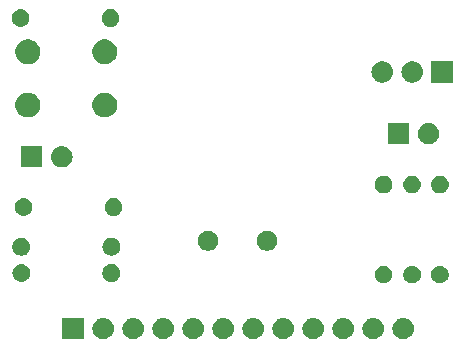
<source format=gbr>
%TF.GenerationSoftware,KiCad,Pcbnew,5.0.2-bee76a0~70~ubuntu18.04.1*%
%TF.CreationDate,2019-02-17T22:46:45-03:00*%
%TF.ProjectId,ESP12-breakout-r01,45535031-322d-4627-9265-616b6f75742d,rev?*%
%TF.SameCoordinates,Original*%
%TF.FileFunction,Soldermask,Bot*%
%TF.FilePolarity,Negative*%
%FSLAX46Y46*%
G04 Gerber Fmt 4.6, Leading zero omitted, Abs format (unit mm)*
G04 Created by KiCad (PCBNEW 5.0.2-bee76a0~70~ubuntu18.04.1) date dom 17 fev 2019 22:46:45 -03*
%MOMM*%
%LPD*%
G01*
G04 APERTURE LIST*
%ADD10C,0.100000*%
G04 APERTURE END LIST*
D10*
G36*
X153907443Y-41777519D02*
X153973627Y-41784037D01*
X154086853Y-41818384D01*
X154143467Y-41835557D01*
X154282087Y-41909652D01*
X154299991Y-41919222D01*
X154335729Y-41948552D01*
X154437186Y-42031814D01*
X154520448Y-42133271D01*
X154549778Y-42169009D01*
X154549779Y-42169011D01*
X154633443Y-42325533D01*
X154633443Y-42325534D01*
X154684963Y-42495373D01*
X154702359Y-42672000D01*
X154684963Y-42848627D01*
X154650616Y-42961853D01*
X154633443Y-43018467D01*
X154559348Y-43157087D01*
X154549778Y-43174991D01*
X154520448Y-43210729D01*
X154437186Y-43312186D01*
X154335729Y-43395448D01*
X154299991Y-43424778D01*
X154299989Y-43424779D01*
X154143467Y-43508443D01*
X154086853Y-43525616D01*
X153973627Y-43559963D01*
X153907443Y-43566481D01*
X153841260Y-43573000D01*
X153752740Y-43573000D01*
X153686557Y-43566481D01*
X153620373Y-43559963D01*
X153507147Y-43525616D01*
X153450533Y-43508443D01*
X153294011Y-43424779D01*
X153294009Y-43424778D01*
X153258271Y-43395448D01*
X153156814Y-43312186D01*
X153073552Y-43210729D01*
X153044222Y-43174991D01*
X153034652Y-43157087D01*
X152960557Y-43018467D01*
X152943384Y-42961853D01*
X152909037Y-42848627D01*
X152891641Y-42672000D01*
X152909037Y-42495373D01*
X152960557Y-42325534D01*
X152960557Y-42325533D01*
X153044221Y-42169011D01*
X153044222Y-42169009D01*
X153073552Y-42133271D01*
X153156814Y-42031814D01*
X153258271Y-41948552D01*
X153294009Y-41919222D01*
X153311913Y-41909652D01*
X153450533Y-41835557D01*
X153507147Y-41818384D01*
X153620373Y-41784037D01*
X153686557Y-41777519D01*
X153752740Y-41771000D01*
X153841260Y-41771000D01*
X153907443Y-41777519D01*
X153907443Y-41777519D01*
G37*
G36*
X176767443Y-41777519D02*
X176833627Y-41784037D01*
X176946853Y-41818384D01*
X177003467Y-41835557D01*
X177142087Y-41909652D01*
X177159991Y-41919222D01*
X177195729Y-41948552D01*
X177297186Y-42031814D01*
X177380448Y-42133271D01*
X177409778Y-42169009D01*
X177409779Y-42169011D01*
X177493443Y-42325533D01*
X177493443Y-42325534D01*
X177544963Y-42495373D01*
X177562359Y-42672000D01*
X177544963Y-42848627D01*
X177510616Y-42961853D01*
X177493443Y-43018467D01*
X177419348Y-43157087D01*
X177409778Y-43174991D01*
X177380448Y-43210729D01*
X177297186Y-43312186D01*
X177195729Y-43395448D01*
X177159991Y-43424778D01*
X177159989Y-43424779D01*
X177003467Y-43508443D01*
X176946853Y-43525616D01*
X176833627Y-43559963D01*
X176767443Y-43566481D01*
X176701260Y-43573000D01*
X176612740Y-43573000D01*
X176546557Y-43566481D01*
X176480373Y-43559963D01*
X176367147Y-43525616D01*
X176310533Y-43508443D01*
X176154011Y-43424779D01*
X176154009Y-43424778D01*
X176118271Y-43395448D01*
X176016814Y-43312186D01*
X175933552Y-43210729D01*
X175904222Y-43174991D01*
X175894652Y-43157087D01*
X175820557Y-43018467D01*
X175803384Y-42961853D01*
X175769037Y-42848627D01*
X175751641Y-42672000D01*
X175769037Y-42495373D01*
X175820557Y-42325534D01*
X175820557Y-42325533D01*
X175904221Y-42169011D01*
X175904222Y-42169009D01*
X175933552Y-42133271D01*
X176016814Y-42031814D01*
X176118271Y-41948552D01*
X176154009Y-41919222D01*
X176171913Y-41909652D01*
X176310533Y-41835557D01*
X176367147Y-41818384D01*
X176480373Y-41784037D01*
X176546557Y-41777519D01*
X176612740Y-41771000D01*
X176701260Y-41771000D01*
X176767443Y-41777519D01*
X176767443Y-41777519D01*
G37*
G36*
X152158000Y-43573000D02*
X150356000Y-43573000D01*
X150356000Y-41771000D01*
X152158000Y-41771000D01*
X152158000Y-43573000D01*
X152158000Y-43573000D01*
G37*
G36*
X156447443Y-41777519D02*
X156513627Y-41784037D01*
X156626853Y-41818384D01*
X156683467Y-41835557D01*
X156822087Y-41909652D01*
X156839991Y-41919222D01*
X156875729Y-41948552D01*
X156977186Y-42031814D01*
X157060448Y-42133271D01*
X157089778Y-42169009D01*
X157089779Y-42169011D01*
X157173443Y-42325533D01*
X157173443Y-42325534D01*
X157224963Y-42495373D01*
X157242359Y-42672000D01*
X157224963Y-42848627D01*
X157190616Y-42961853D01*
X157173443Y-43018467D01*
X157099348Y-43157087D01*
X157089778Y-43174991D01*
X157060448Y-43210729D01*
X156977186Y-43312186D01*
X156875729Y-43395448D01*
X156839991Y-43424778D01*
X156839989Y-43424779D01*
X156683467Y-43508443D01*
X156626853Y-43525616D01*
X156513627Y-43559963D01*
X156447443Y-43566481D01*
X156381260Y-43573000D01*
X156292740Y-43573000D01*
X156226557Y-43566481D01*
X156160373Y-43559963D01*
X156047147Y-43525616D01*
X155990533Y-43508443D01*
X155834011Y-43424779D01*
X155834009Y-43424778D01*
X155798271Y-43395448D01*
X155696814Y-43312186D01*
X155613552Y-43210729D01*
X155584222Y-43174991D01*
X155574652Y-43157087D01*
X155500557Y-43018467D01*
X155483384Y-42961853D01*
X155449037Y-42848627D01*
X155431641Y-42672000D01*
X155449037Y-42495373D01*
X155500557Y-42325534D01*
X155500557Y-42325533D01*
X155584221Y-42169011D01*
X155584222Y-42169009D01*
X155613552Y-42133271D01*
X155696814Y-42031814D01*
X155798271Y-41948552D01*
X155834009Y-41919222D01*
X155851913Y-41909652D01*
X155990533Y-41835557D01*
X156047147Y-41818384D01*
X156160373Y-41784037D01*
X156226557Y-41777519D01*
X156292740Y-41771000D01*
X156381260Y-41771000D01*
X156447443Y-41777519D01*
X156447443Y-41777519D01*
G37*
G36*
X158987443Y-41777519D02*
X159053627Y-41784037D01*
X159166853Y-41818384D01*
X159223467Y-41835557D01*
X159362087Y-41909652D01*
X159379991Y-41919222D01*
X159415729Y-41948552D01*
X159517186Y-42031814D01*
X159600448Y-42133271D01*
X159629778Y-42169009D01*
X159629779Y-42169011D01*
X159713443Y-42325533D01*
X159713443Y-42325534D01*
X159764963Y-42495373D01*
X159782359Y-42672000D01*
X159764963Y-42848627D01*
X159730616Y-42961853D01*
X159713443Y-43018467D01*
X159639348Y-43157087D01*
X159629778Y-43174991D01*
X159600448Y-43210729D01*
X159517186Y-43312186D01*
X159415729Y-43395448D01*
X159379991Y-43424778D01*
X159379989Y-43424779D01*
X159223467Y-43508443D01*
X159166853Y-43525616D01*
X159053627Y-43559963D01*
X158987443Y-43566481D01*
X158921260Y-43573000D01*
X158832740Y-43573000D01*
X158766557Y-43566481D01*
X158700373Y-43559963D01*
X158587147Y-43525616D01*
X158530533Y-43508443D01*
X158374011Y-43424779D01*
X158374009Y-43424778D01*
X158338271Y-43395448D01*
X158236814Y-43312186D01*
X158153552Y-43210729D01*
X158124222Y-43174991D01*
X158114652Y-43157087D01*
X158040557Y-43018467D01*
X158023384Y-42961853D01*
X157989037Y-42848627D01*
X157971641Y-42672000D01*
X157989037Y-42495373D01*
X158040557Y-42325534D01*
X158040557Y-42325533D01*
X158124221Y-42169011D01*
X158124222Y-42169009D01*
X158153552Y-42133271D01*
X158236814Y-42031814D01*
X158338271Y-41948552D01*
X158374009Y-41919222D01*
X158391913Y-41909652D01*
X158530533Y-41835557D01*
X158587147Y-41818384D01*
X158700373Y-41784037D01*
X158766557Y-41777519D01*
X158832740Y-41771000D01*
X158921260Y-41771000D01*
X158987443Y-41777519D01*
X158987443Y-41777519D01*
G37*
G36*
X161527443Y-41777519D02*
X161593627Y-41784037D01*
X161706853Y-41818384D01*
X161763467Y-41835557D01*
X161902087Y-41909652D01*
X161919991Y-41919222D01*
X161955729Y-41948552D01*
X162057186Y-42031814D01*
X162140448Y-42133271D01*
X162169778Y-42169009D01*
X162169779Y-42169011D01*
X162253443Y-42325533D01*
X162253443Y-42325534D01*
X162304963Y-42495373D01*
X162322359Y-42672000D01*
X162304963Y-42848627D01*
X162270616Y-42961853D01*
X162253443Y-43018467D01*
X162179348Y-43157087D01*
X162169778Y-43174991D01*
X162140448Y-43210729D01*
X162057186Y-43312186D01*
X161955729Y-43395448D01*
X161919991Y-43424778D01*
X161919989Y-43424779D01*
X161763467Y-43508443D01*
X161706853Y-43525616D01*
X161593627Y-43559963D01*
X161527443Y-43566481D01*
X161461260Y-43573000D01*
X161372740Y-43573000D01*
X161306557Y-43566481D01*
X161240373Y-43559963D01*
X161127147Y-43525616D01*
X161070533Y-43508443D01*
X160914011Y-43424779D01*
X160914009Y-43424778D01*
X160878271Y-43395448D01*
X160776814Y-43312186D01*
X160693552Y-43210729D01*
X160664222Y-43174991D01*
X160654652Y-43157087D01*
X160580557Y-43018467D01*
X160563384Y-42961853D01*
X160529037Y-42848627D01*
X160511641Y-42672000D01*
X160529037Y-42495373D01*
X160580557Y-42325534D01*
X160580557Y-42325533D01*
X160664221Y-42169011D01*
X160664222Y-42169009D01*
X160693552Y-42133271D01*
X160776814Y-42031814D01*
X160878271Y-41948552D01*
X160914009Y-41919222D01*
X160931913Y-41909652D01*
X161070533Y-41835557D01*
X161127147Y-41818384D01*
X161240373Y-41784037D01*
X161306557Y-41777519D01*
X161372740Y-41771000D01*
X161461260Y-41771000D01*
X161527443Y-41777519D01*
X161527443Y-41777519D01*
G37*
G36*
X164067443Y-41777519D02*
X164133627Y-41784037D01*
X164246853Y-41818384D01*
X164303467Y-41835557D01*
X164442087Y-41909652D01*
X164459991Y-41919222D01*
X164495729Y-41948552D01*
X164597186Y-42031814D01*
X164680448Y-42133271D01*
X164709778Y-42169009D01*
X164709779Y-42169011D01*
X164793443Y-42325533D01*
X164793443Y-42325534D01*
X164844963Y-42495373D01*
X164862359Y-42672000D01*
X164844963Y-42848627D01*
X164810616Y-42961853D01*
X164793443Y-43018467D01*
X164719348Y-43157087D01*
X164709778Y-43174991D01*
X164680448Y-43210729D01*
X164597186Y-43312186D01*
X164495729Y-43395448D01*
X164459991Y-43424778D01*
X164459989Y-43424779D01*
X164303467Y-43508443D01*
X164246853Y-43525616D01*
X164133627Y-43559963D01*
X164067443Y-43566481D01*
X164001260Y-43573000D01*
X163912740Y-43573000D01*
X163846557Y-43566481D01*
X163780373Y-43559963D01*
X163667147Y-43525616D01*
X163610533Y-43508443D01*
X163454011Y-43424779D01*
X163454009Y-43424778D01*
X163418271Y-43395448D01*
X163316814Y-43312186D01*
X163233552Y-43210729D01*
X163204222Y-43174991D01*
X163194652Y-43157087D01*
X163120557Y-43018467D01*
X163103384Y-42961853D01*
X163069037Y-42848627D01*
X163051641Y-42672000D01*
X163069037Y-42495373D01*
X163120557Y-42325534D01*
X163120557Y-42325533D01*
X163204221Y-42169011D01*
X163204222Y-42169009D01*
X163233552Y-42133271D01*
X163316814Y-42031814D01*
X163418271Y-41948552D01*
X163454009Y-41919222D01*
X163471913Y-41909652D01*
X163610533Y-41835557D01*
X163667147Y-41818384D01*
X163780373Y-41784037D01*
X163846557Y-41777519D01*
X163912740Y-41771000D01*
X164001260Y-41771000D01*
X164067443Y-41777519D01*
X164067443Y-41777519D01*
G37*
G36*
X166607443Y-41777519D02*
X166673627Y-41784037D01*
X166786853Y-41818384D01*
X166843467Y-41835557D01*
X166982087Y-41909652D01*
X166999991Y-41919222D01*
X167035729Y-41948552D01*
X167137186Y-42031814D01*
X167220448Y-42133271D01*
X167249778Y-42169009D01*
X167249779Y-42169011D01*
X167333443Y-42325533D01*
X167333443Y-42325534D01*
X167384963Y-42495373D01*
X167402359Y-42672000D01*
X167384963Y-42848627D01*
X167350616Y-42961853D01*
X167333443Y-43018467D01*
X167259348Y-43157087D01*
X167249778Y-43174991D01*
X167220448Y-43210729D01*
X167137186Y-43312186D01*
X167035729Y-43395448D01*
X166999991Y-43424778D01*
X166999989Y-43424779D01*
X166843467Y-43508443D01*
X166786853Y-43525616D01*
X166673627Y-43559963D01*
X166607443Y-43566481D01*
X166541260Y-43573000D01*
X166452740Y-43573000D01*
X166386557Y-43566481D01*
X166320373Y-43559963D01*
X166207147Y-43525616D01*
X166150533Y-43508443D01*
X165994011Y-43424779D01*
X165994009Y-43424778D01*
X165958271Y-43395448D01*
X165856814Y-43312186D01*
X165773552Y-43210729D01*
X165744222Y-43174991D01*
X165734652Y-43157087D01*
X165660557Y-43018467D01*
X165643384Y-42961853D01*
X165609037Y-42848627D01*
X165591641Y-42672000D01*
X165609037Y-42495373D01*
X165660557Y-42325534D01*
X165660557Y-42325533D01*
X165744221Y-42169011D01*
X165744222Y-42169009D01*
X165773552Y-42133271D01*
X165856814Y-42031814D01*
X165958271Y-41948552D01*
X165994009Y-41919222D01*
X166011913Y-41909652D01*
X166150533Y-41835557D01*
X166207147Y-41818384D01*
X166320373Y-41784037D01*
X166386557Y-41777519D01*
X166452740Y-41771000D01*
X166541260Y-41771000D01*
X166607443Y-41777519D01*
X166607443Y-41777519D01*
G37*
G36*
X169147443Y-41777519D02*
X169213627Y-41784037D01*
X169326853Y-41818384D01*
X169383467Y-41835557D01*
X169522087Y-41909652D01*
X169539991Y-41919222D01*
X169575729Y-41948552D01*
X169677186Y-42031814D01*
X169760448Y-42133271D01*
X169789778Y-42169009D01*
X169789779Y-42169011D01*
X169873443Y-42325533D01*
X169873443Y-42325534D01*
X169924963Y-42495373D01*
X169942359Y-42672000D01*
X169924963Y-42848627D01*
X169890616Y-42961853D01*
X169873443Y-43018467D01*
X169799348Y-43157087D01*
X169789778Y-43174991D01*
X169760448Y-43210729D01*
X169677186Y-43312186D01*
X169575729Y-43395448D01*
X169539991Y-43424778D01*
X169539989Y-43424779D01*
X169383467Y-43508443D01*
X169326853Y-43525616D01*
X169213627Y-43559963D01*
X169147443Y-43566481D01*
X169081260Y-43573000D01*
X168992740Y-43573000D01*
X168926557Y-43566481D01*
X168860373Y-43559963D01*
X168747147Y-43525616D01*
X168690533Y-43508443D01*
X168534011Y-43424779D01*
X168534009Y-43424778D01*
X168498271Y-43395448D01*
X168396814Y-43312186D01*
X168313552Y-43210729D01*
X168284222Y-43174991D01*
X168274652Y-43157087D01*
X168200557Y-43018467D01*
X168183384Y-42961853D01*
X168149037Y-42848627D01*
X168131641Y-42672000D01*
X168149037Y-42495373D01*
X168200557Y-42325534D01*
X168200557Y-42325533D01*
X168284221Y-42169011D01*
X168284222Y-42169009D01*
X168313552Y-42133271D01*
X168396814Y-42031814D01*
X168498271Y-41948552D01*
X168534009Y-41919222D01*
X168551913Y-41909652D01*
X168690533Y-41835557D01*
X168747147Y-41818384D01*
X168860373Y-41784037D01*
X168926557Y-41777519D01*
X168992740Y-41771000D01*
X169081260Y-41771000D01*
X169147443Y-41777519D01*
X169147443Y-41777519D01*
G37*
G36*
X171687443Y-41777519D02*
X171753627Y-41784037D01*
X171866853Y-41818384D01*
X171923467Y-41835557D01*
X172062087Y-41909652D01*
X172079991Y-41919222D01*
X172115729Y-41948552D01*
X172217186Y-42031814D01*
X172300448Y-42133271D01*
X172329778Y-42169009D01*
X172329779Y-42169011D01*
X172413443Y-42325533D01*
X172413443Y-42325534D01*
X172464963Y-42495373D01*
X172482359Y-42672000D01*
X172464963Y-42848627D01*
X172430616Y-42961853D01*
X172413443Y-43018467D01*
X172339348Y-43157087D01*
X172329778Y-43174991D01*
X172300448Y-43210729D01*
X172217186Y-43312186D01*
X172115729Y-43395448D01*
X172079991Y-43424778D01*
X172079989Y-43424779D01*
X171923467Y-43508443D01*
X171866853Y-43525616D01*
X171753627Y-43559963D01*
X171687443Y-43566481D01*
X171621260Y-43573000D01*
X171532740Y-43573000D01*
X171466557Y-43566481D01*
X171400373Y-43559963D01*
X171287147Y-43525616D01*
X171230533Y-43508443D01*
X171074011Y-43424779D01*
X171074009Y-43424778D01*
X171038271Y-43395448D01*
X170936814Y-43312186D01*
X170853552Y-43210729D01*
X170824222Y-43174991D01*
X170814652Y-43157087D01*
X170740557Y-43018467D01*
X170723384Y-42961853D01*
X170689037Y-42848627D01*
X170671641Y-42672000D01*
X170689037Y-42495373D01*
X170740557Y-42325534D01*
X170740557Y-42325533D01*
X170824221Y-42169011D01*
X170824222Y-42169009D01*
X170853552Y-42133271D01*
X170936814Y-42031814D01*
X171038271Y-41948552D01*
X171074009Y-41919222D01*
X171091913Y-41909652D01*
X171230533Y-41835557D01*
X171287147Y-41818384D01*
X171400373Y-41784037D01*
X171466557Y-41777519D01*
X171532740Y-41771000D01*
X171621260Y-41771000D01*
X171687443Y-41777519D01*
X171687443Y-41777519D01*
G37*
G36*
X174227443Y-41777519D02*
X174293627Y-41784037D01*
X174406853Y-41818384D01*
X174463467Y-41835557D01*
X174602087Y-41909652D01*
X174619991Y-41919222D01*
X174655729Y-41948552D01*
X174757186Y-42031814D01*
X174840448Y-42133271D01*
X174869778Y-42169009D01*
X174869779Y-42169011D01*
X174953443Y-42325533D01*
X174953443Y-42325534D01*
X175004963Y-42495373D01*
X175022359Y-42672000D01*
X175004963Y-42848627D01*
X174970616Y-42961853D01*
X174953443Y-43018467D01*
X174879348Y-43157087D01*
X174869778Y-43174991D01*
X174840448Y-43210729D01*
X174757186Y-43312186D01*
X174655729Y-43395448D01*
X174619991Y-43424778D01*
X174619989Y-43424779D01*
X174463467Y-43508443D01*
X174406853Y-43525616D01*
X174293627Y-43559963D01*
X174227443Y-43566481D01*
X174161260Y-43573000D01*
X174072740Y-43573000D01*
X174006557Y-43566481D01*
X173940373Y-43559963D01*
X173827147Y-43525616D01*
X173770533Y-43508443D01*
X173614011Y-43424779D01*
X173614009Y-43424778D01*
X173578271Y-43395448D01*
X173476814Y-43312186D01*
X173393552Y-43210729D01*
X173364222Y-43174991D01*
X173354652Y-43157087D01*
X173280557Y-43018467D01*
X173263384Y-42961853D01*
X173229037Y-42848627D01*
X173211641Y-42672000D01*
X173229037Y-42495373D01*
X173280557Y-42325534D01*
X173280557Y-42325533D01*
X173364221Y-42169011D01*
X173364222Y-42169009D01*
X173393552Y-42133271D01*
X173476814Y-42031814D01*
X173578271Y-41948552D01*
X173614009Y-41919222D01*
X173631913Y-41909652D01*
X173770533Y-41835557D01*
X173827147Y-41818384D01*
X173940373Y-41784037D01*
X174006557Y-41777519D01*
X174072740Y-41771000D01*
X174161260Y-41771000D01*
X174227443Y-41777519D01*
X174227443Y-41777519D01*
G37*
G36*
X179307443Y-41777519D02*
X179373627Y-41784037D01*
X179486853Y-41818384D01*
X179543467Y-41835557D01*
X179682087Y-41909652D01*
X179699991Y-41919222D01*
X179735729Y-41948552D01*
X179837186Y-42031814D01*
X179920448Y-42133271D01*
X179949778Y-42169009D01*
X179949779Y-42169011D01*
X180033443Y-42325533D01*
X180033443Y-42325534D01*
X180084963Y-42495373D01*
X180102359Y-42672000D01*
X180084963Y-42848627D01*
X180050616Y-42961853D01*
X180033443Y-43018467D01*
X179959348Y-43157087D01*
X179949778Y-43174991D01*
X179920448Y-43210729D01*
X179837186Y-43312186D01*
X179735729Y-43395448D01*
X179699991Y-43424778D01*
X179699989Y-43424779D01*
X179543467Y-43508443D01*
X179486853Y-43525616D01*
X179373627Y-43559963D01*
X179307443Y-43566481D01*
X179241260Y-43573000D01*
X179152740Y-43573000D01*
X179086557Y-43566481D01*
X179020373Y-43559963D01*
X178907147Y-43525616D01*
X178850533Y-43508443D01*
X178694011Y-43424779D01*
X178694009Y-43424778D01*
X178658271Y-43395448D01*
X178556814Y-43312186D01*
X178473552Y-43210729D01*
X178444222Y-43174991D01*
X178434652Y-43157087D01*
X178360557Y-43018467D01*
X178343384Y-42961853D01*
X178309037Y-42848627D01*
X178291641Y-42672000D01*
X178309037Y-42495373D01*
X178360557Y-42325534D01*
X178360557Y-42325533D01*
X178444221Y-42169011D01*
X178444222Y-42169009D01*
X178473552Y-42133271D01*
X178556814Y-42031814D01*
X178658271Y-41948552D01*
X178694009Y-41919222D01*
X178711913Y-41909652D01*
X178850533Y-41835557D01*
X178907147Y-41818384D01*
X179020373Y-41784037D01*
X179086557Y-41777519D01*
X179152740Y-41771000D01*
X179241260Y-41771000D01*
X179307443Y-41777519D01*
X179307443Y-41777519D01*
G37*
G36*
X177678004Y-37360544D02*
X177765059Y-37377860D01*
X177901732Y-37434472D01*
X178023079Y-37515554D01*
X178024738Y-37516662D01*
X178129338Y-37621262D01*
X178129340Y-37621265D01*
X178211528Y-37744268D01*
X178268140Y-37880941D01*
X178285456Y-37967996D01*
X178297000Y-38026031D01*
X178297000Y-38173969D01*
X178285456Y-38232004D01*
X178268140Y-38319059D01*
X178211528Y-38455732D01*
X178211527Y-38455733D01*
X178129338Y-38578738D01*
X178024738Y-38683338D01*
X178024735Y-38683340D01*
X177901732Y-38765528D01*
X177765059Y-38822140D01*
X177678004Y-38839456D01*
X177619969Y-38851000D01*
X177472031Y-38851000D01*
X177413996Y-38839456D01*
X177326941Y-38822140D01*
X177190268Y-38765528D01*
X177067265Y-38683340D01*
X177067262Y-38683338D01*
X176962662Y-38578738D01*
X176880473Y-38455733D01*
X176880472Y-38455732D01*
X176823860Y-38319059D01*
X176806544Y-38232004D01*
X176795000Y-38173969D01*
X176795000Y-38026031D01*
X176806544Y-37967996D01*
X176823860Y-37880941D01*
X176880472Y-37744268D01*
X176962660Y-37621265D01*
X176962662Y-37621262D01*
X177067262Y-37516662D01*
X177068921Y-37515554D01*
X177190268Y-37434472D01*
X177326941Y-37377860D01*
X177413996Y-37360544D01*
X177472031Y-37349000D01*
X177619969Y-37349000D01*
X177678004Y-37360544D01*
X177678004Y-37360544D01*
G37*
G36*
X182440504Y-37360544D02*
X182527559Y-37377860D01*
X182664232Y-37434472D01*
X182785579Y-37515554D01*
X182787238Y-37516662D01*
X182891838Y-37621262D01*
X182891840Y-37621265D01*
X182974028Y-37744268D01*
X183030640Y-37880941D01*
X183047956Y-37967996D01*
X183059500Y-38026031D01*
X183059500Y-38173969D01*
X183047956Y-38232004D01*
X183030640Y-38319059D01*
X182974028Y-38455732D01*
X182974027Y-38455733D01*
X182891838Y-38578738D01*
X182787238Y-38683338D01*
X182787235Y-38683340D01*
X182664232Y-38765528D01*
X182527559Y-38822140D01*
X182440504Y-38839456D01*
X182382469Y-38851000D01*
X182234531Y-38851000D01*
X182176496Y-38839456D01*
X182089441Y-38822140D01*
X181952768Y-38765528D01*
X181829765Y-38683340D01*
X181829762Y-38683338D01*
X181725162Y-38578738D01*
X181642973Y-38455733D01*
X181642972Y-38455732D01*
X181586360Y-38319059D01*
X181569044Y-38232004D01*
X181557500Y-38173969D01*
X181557500Y-38026031D01*
X181569044Y-37967996D01*
X181586360Y-37880941D01*
X181642972Y-37744268D01*
X181725160Y-37621265D01*
X181725162Y-37621262D01*
X181829762Y-37516662D01*
X181831421Y-37515554D01*
X181952768Y-37434472D01*
X182089441Y-37377860D01*
X182176496Y-37360544D01*
X182234531Y-37349000D01*
X182382469Y-37349000D01*
X182440504Y-37360544D01*
X182440504Y-37360544D01*
G37*
G36*
X180091004Y-37360544D02*
X180178059Y-37377860D01*
X180314732Y-37434472D01*
X180436079Y-37515554D01*
X180437738Y-37516662D01*
X180542338Y-37621262D01*
X180542340Y-37621265D01*
X180624528Y-37744268D01*
X180681140Y-37880941D01*
X180698456Y-37967996D01*
X180710000Y-38026031D01*
X180710000Y-38173969D01*
X180698456Y-38232004D01*
X180681140Y-38319059D01*
X180624528Y-38455732D01*
X180624527Y-38455733D01*
X180542338Y-38578738D01*
X180437738Y-38683338D01*
X180437735Y-38683340D01*
X180314732Y-38765528D01*
X180178059Y-38822140D01*
X180091004Y-38839456D01*
X180032969Y-38851000D01*
X179885031Y-38851000D01*
X179826996Y-38839456D01*
X179739941Y-38822140D01*
X179603268Y-38765528D01*
X179480265Y-38683340D01*
X179480262Y-38683338D01*
X179375662Y-38578738D01*
X179293473Y-38455733D01*
X179293472Y-38455732D01*
X179236860Y-38319059D01*
X179219544Y-38232004D01*
X179208000Y-38173969D01*
X179208000Y-38026031D01*
X179219544Y-37967996D01*
X179236860Y-37880941D01*
X179293472Y-37744268D01*
X179375660Y-37621265D01*
X179375662Y-37621262D01*
X179480262Y-37516662D01*
X179481921Y-37515554D01*
X179603268Y-37434472D01*
X179739941Y-37377860D01*
X179826996Y-37360544D01*
X179885031Y-37349000D01*
X180032969Y-37349000D01*
X180091004Y-37360544D01*
X180091004Y-37360544D01*
G37*
G36*
X154624100Y-37232867D02*
X154714559Y-37250860D01*
X154851232Y-37307472D01*
X154908215Y-37345547D01*
X154974238Y-37389662D01*
X155078838Y-37494262D01*
X155078840Y-37494265D01*
X155161028Y-37617268D01*
X155217640Y-37753941D01*
X155231929Y-37825778D01*
X155242902Y-37880941D01*
X155246500Y-37899033D01*
X155246500Y-38046967D01*
X155217640Y-38192059D01*
X155161028Y-38328732D01*
X155079946Y-38450079D01*
X155078838Y-38451738D01*
X154974238Y-38556338D01*
X154974235Y-38556340D01*
X154851232Y-38638528D01*
X154714559Y-38695140D01*
X154627504Y-38712456D01*
X154569469Y-38724000D01*
X154421531Y-38724000D01*
X154363496Y-38712456D01*
X154276441Y-38695140D01*
X154139768Y-38638528D01*
X154016765Y-38556340D01*
X154016762Y-38556338D01*
X153912162Y-38451738D01*
X153911054Y-38450079D01*
X153829972Y-38328732D01*
X153773360Y-38192059D01*
X153744500Y-38046967D01*
X153744500Y-37899033D01*
X153748099Y-37880941D01*
X153759071Y-37825778D01*
X153773360Y-37753941D01*
X153829972Y-37617268D01*
X153912160Y-37494265D01*
X153912162Y-37494262D01*
X154016762Y-37389662D01*
X154082785Y-37345547D01*
X154139768Y-37307472D01*
X154276441Y-37250860D01*
X154366900Y-37232867D01*
X154421531Y-37222000D01*
X154569469Y-37222000D01*
X154624100Y-37232867D01*
X154624100Y-37232867D01*
G37*
G36*
X146949165Y-37225622D02*
X147022722Y-37232867D01*
X147164286Y-37275810D01*
X147294752Y-37345546D01*
X147409106Y-37439394D01*
X147502954Y-37553748D01*
X147572690Y-37684214D01*
X147615633Y-37825778D01*
X147630133Y-37973000D01*
X147615633Y-38120222D01*
X147572690Y-38261786D01*
X147502954Y-38392252D01*
X147409106Y-38506606D01*
X147294752Y-38600454D01*
X147164286Y-38670190D01*
X147022722Y-38713133D01*
X146949165Y-38720378D01*
X146912388Y-38724000D01*
X146838612Y-38724000D01*
X146801835Y-38720378D01*
X146728278Y-38713133D01*
X146586714Y-38670190D01*
X146456248Y-38600454D01*
X146341894Y-38506606D01*
X146248046Y-38392252D01*
X146178310Y-38261786D01*
X146135367Y-38120222D01*
X146120867Y-37973000D01*
X146135367Y-37825778D01*
X146178310Y-37684214D01*
X146248046Y-37553748D01*
X146341894Y-37439394D01*
X146456248Y-37345546D01*
X146586714Y-37275810D01*
X146728278Y-37232867D01*
X146801835Y-37225622D01*
X146838612Y-37222000D01*
X146912388Y-37222000D01*
X146949165Y-37225622D01*
X146949165Y-37225622D01*
G37*
G36*
X154569165Y-35003122D02*
X154642722Y-35010367D01*
X154784286Y-35053310D01*
X154914752Y-35123046D01*
X155029106Y-35216894D01*
X155122954Y-35331248D01*
X155192690Y-35461714D01*
X155235633Y-35603278D01*
X155250133Y-35750500D01*
X155235633Y-35897722D01*
X155192690Y-36039286D01*
X155122954Y-36169752D01*
X155029106Y-36284106D01*
X154914752Y-36377954D01*
X154784286Y-36447690D01*
X154642722Y-36490633D01*
X154569165Y-36497878D01*
X154532388Y-36501500D01*
X154458612Y-36501500D01*
X154421835Y-36497878D01*
X154348278Y-36490633D01*
X154206714Y-36447690D01*
X154076248Y-36377954D01*
X153961894Y-36284106D01*
X153868046Y-36169752D01*
X153798310Y-36039286D01*
X153755367Y-35897722D01*
X153740867Y-35750500D01*
X153755367Y-35603278D01*
X153798310Y-35461714D01*
X153868046Y-35331248D01*
X153961894Y-35216894D01*
X154076248Y-35123046D01*
X154206714Y-35053310D01*
X154348278Y-35010367D01*
X154421835Y-35003122D01*
X154458612Y-34999500D01*
X154532388Y-34999500D01*
X154569165Y-35003122D01*
X154569165Y-35003122D01*
G37*
G36*
X147004100Y-35010367D02*
X147094559Y-35028360D01*
X147231232Y-35084972D01*
X147288215Y-35123047D01*
X147354238Y-35167162D01*
X147458838Y-35271762D01*
X147458840Y-35271765D01*
X147541028Y-35394768D01*
X147597640Y-35531441D01*
X147626500Y-35676533D01*
X147626500Y-35824467D01*
X147597640Y-35969559D01*
X147541028Y-36106232D01*
X147459946Y-36227579D01*
X147458838Y-36229238D01*
X147354238Y-36333838D01*
X147354235Y-36333840D01*
X147231232Y-36416028D01*
X147094559Y-36472640D01*
X147007504Y-36489956D01*
X146949469Y-36501500D01*
X146801531Y-36501500D01*
X146743496Y-36489956D01*
X146656441Y-36472640D01*
X146519768Y-36416028D01*
X146396765Y-36333840D01*
X146396762Y-36333838D01*
X146292162Y-36229238D01*
X146291054Y-36227579D01*
X146209972Y-36106232D01*
X146153360Y-35969559D01*
X146124500Y-35824467D01*
X146124500Y-35676533D01*
X146153360Y-35531441D01*
X146209972Y-35394768D01*
X146292160Y-35271765D01*
X146292162Y-35271762D01*
X146396762Y-35167162D01*
X146462785Y-35123047D01*
X146519768Y-35084972D01*
X146656441Y-35028360D01*
X146746900Y-35010367D01*
X146801531Y-34999500D01*
X146949469Y-34999500D01*
X147004100Y-35010367D01*
X147004100Y-35010367D01*
G37*
G36*
X167935228Y-34424203D02*
X168090100Y-34488353D01*
X168229481Y-34581485D01*
X168348015Y-34700019D01*
X168441147Y-34839400D01*
X168505297Y-34994272D01*
X168538000Y-35158684D01*
X168538000Y-35326316D01*
X168505297Y-35490728D01*
X168441147Y-35645600D01*
X168348015Y-35784981D01*
X168229481Y-35903515D01*
X168090100Y-35996647D01*
X167935228Y-36060797D01*
X167770816Y-36093500D01*
X167603184Y-36093500D01*
X167438772Y-36060797D01*
X167283900Y-35996647D01*
X167144519Y-35903515D01*
X167025985Y-35784981D01*
X166932853Y-35645600D01*
X166868703Y-35490728D01*
X166836000Y-35326316D01*
X166836000Y-35158684D01*
X166868703Y-34994272D01*
X166932853Y-34839400D01*
X167025985Y-34700019D01*
X167144519Y-34581485D01*
X167283900Y-34488353D01*
X167438772Y-34424203D01*
X167603184Y-34391500D01*
X167770816Y-34391500D01*
X167935228Y-34424203D01*
X167935228Y-34424203D01*
G37*
G36*
X162935228Y-34424203D02*
X163090100Y-34488353D01*
X163229481Y-34581485D01*
X163348015Y-34700019D01*
X163441147Y-34839400D01*
X163505297Y-34994272D01*
X163538000Y-35158684D01*
X163538000Y-35326316D01*
X163505297Y-35490728D01*
X163441147Y-35645600D01*
X163348015Y-35784981D01*
X163229481Y-35903515D01*
X163090100Y-35996647D01*
X162935228Y-36060797D01*
X162770816Y-36093500D01*
X162603184Y-36093500D01*
X162438772Y-36060797D01*
X162283900Y-35996647D01*
X162144519Y-35903515D01*
X162025985Y-35784981D01*
X161932853Y-35645600D01*
X161868703Y-35490728D01*
X161836000Y-35326316D01*
X161836000Y-35158684D01*
X161868703Y-34994272D01*
X161932853Y-34839400D01*
X162025985Y-34700019D01*
X162144519Y-34581485D01*
X162283900Y-34488353D01*
X162438772Y-34424203D01*
X162603184Y-34391500D01*
X162770816Y-34391500D01*
X162935228Y-34424203D01*
X162935228Y-34424203D01*
G37*
G36*
X147139665Y-31637622D02*
X147213222Y-31644867D01*
X147354786Y-31687810D01*
X147485252Y-31757546D01*
X147599606Y-31851394D01*
X147693454Y-31965748D01*
X147763190Y-32096214D01*
X147806133Y-32237778D01*
X147820633Y-32385000D01*
X147806133Y-32532222D01*
X147763190Y-32673786D01*
X147693454Y-32804252D01*
X147599606Y-32918606D01*
X147485252Y-33012454D01*
X147354786Y-33082190D01*
X147213222Y-33125133D01*
X147139665Y-33132378D01*
X147102888Y-33136000D01*
X147029112Y-33136000D01*
X146992335Y-33132378D01*
X146918778Y-33125133D01*
X146777214Y-33082190D01*
X146646748Y-33012454D01*
X146532394Y-32918606D01*
X146438546Y-32804252D01*
X146368810Y-32673786D01*
X146325867Y-32532222D01*
X146311367Y-32385000D01*
X146325867Y-32237778D01*
X146368810Y-32096214D01*
X146438546Y-31965748D01*
X146532394Y-31851394D01*
X146646748Y-31757546D01*
X146777214Y-31687810D01*
X146918778Y-31644867D01*
X146992335Y-31637622D01*
X147029112Y-31634000D01*
X147102888Y-31634000D01*
X147139665Y-31637622D01*
X147139665Y-31637622D01*
G37*
G36*
X154814600Y-31644867D02*
X154905059Y-31662860D01*
X155041732Y-31719472D01*
X155098715Y-31757547D01*
X155164738Y-31801662D01*
X155269338Y-31906262D01*
X155269340Y-31906265D01*
X155351528Y-32029268D01*
X155408140Y-32165941D01*
X155437000Y-32311033D01*
X155437000Y-32458967D01*
X155408140Y-32604059D01*
X155351528Y-32740732D01*
X155270446Y-32862079D01*
X155269338Y-32863738D01*
X155164738Y-32968338D01*
X155164735Y-32968340D01*
X155041732Y-33050528D01*
X154905059Y-33107140D01*
X154818004Y-33124456D01*
X154759969Y-33136000D01*
X154612031Y-33136000D01*
X154553996Y-33124456D01*
X154466941Y-33107140D01*
X154330268Y-33050528D01*
X154207265Y-32968340D01*
X154207262Y-32968338D01*
X154102662Y-32863738D01*
X154101554Y-32862079D01*
X154020472Y-32740732D01*
X153963860Y-32604059D01*
X153935000Y-32458967D01*
X153935000Y-32311033D01*
X153963860Y-32165941D01*
X154020472Y-32029268D01*
X154102660Y-31906265D01*
X154102662Y-31906262D01*
X154207262Y-31801662D01*
X154273285Y-31757547D01*
X154330268Y-31719472D01*
X154466941Y-31662860D01*
X154557400Y-31644867D01*
X154612031Y-31634000D01*
X154759969Y-31634000D01*
X154814600Y-31644867D01*
X154814600Y-31644867D01*
G37*
G36*
X177619665Y-29732622D02*
X177693222Y-29739867D01*
X177834786Y-29782810D01*
X177965252Y-29852546D01*
X178079606Y-29946394D01*
X178173454Y-30060748D01*
X178243190Y-30191214D01*
X178286133Y-30332778D01*
X178300633Y-30480000D01*
X178286133Y-30627222D01*
X178243190Y-30768786D01*
X178173454Y-30899252D01*
X178079606Y-31013606D01*
X177965252Y-31107454D01*
X177834786Y-31177190D01*
X177693222Y-31220133D01*
X177619665Y-31227378D01*
X177582888Y-31231000D01*
X177509112Y-31231000D01*
X177472335Y-31227378D01*
X177398778Y-31220133D01*
X177257214Y-31177190D01*
X177126748Y-31107454D01*
X177012394Y-31013606D01*
X176918546Y-30899252D01*
X176848810Y-30768786D01*
X176805867Y-30627222D01*
X176791367Y-30480000D01*
X176805867Y-30332778D01*
X176848810Y-30191214D01*
X176918546Y-30060748D01*
X177012394Y-29946394D01*
X177126748Y-29852546D01*
X177257214Y-29782810D01*
X177398778Y-29739867D01*
X177472335Y-29732622D01*
X177509112Y-29729000D01*
X177582888Y-29729000D01*
X177619665Y-29732622D01*
X177619665Y-29732622D01*
G37*
G36*
X180032665Y-29732622D02*
X180106222Y-29739867D01*
X180247786Y-29782810D01*
X180378252Y-29852546D01*
X180492606Y-29946394D01*
X180586454Y-30060748D01*
X180656190Y-30191214D01*
X180699133Y-30332778D01*
X180713633Y-30480000D01*
X180699133Y-30627222D01*
X180656190Y-30768786D01*
X180586454Y-30899252D01*
X180492606Y-31013606D01*
X180378252Y-31107454D01*
X180247786Y-31177190D01*
X180106222Y-31220133D01*
X180032665Y-31227378D01*
X179995888Y-31231000D01*
X179922112Y-31231000D01*
X179885335Y-31227378D01*
X179811778Y-31220133D01*
X179670214Y-31177190D01*
X179539748Y-31107454D01*
X179425394Y-31013606D01*
X179331546Y-30899252D01*
X179261810Y-30768786D01*
X179218867Y-30627222D01*
X179204367Y-30480000D01*
X179218867Y-30332778D01*
X179261810Y-30191214D01*
X179331546Y-30060748D01*
X179425394Y-29946394D01*
X179539748Y-29852546D01*
X179670214Y-29782810D01*
X179811778Y-29739867D01*
X179885335Y-29732622D01*
X179922112Y-29729000D01*
X179995888Y-29729000D01*
X180032665Y-29732622D01*
X180032665Y-29732622D01*
G37*
G36*
X182382165Y-29732622D02*
X182455722Y-29739867D01*
X182597286Y-29782810D01*
X182727752Y-29852546D01*
X182842106Y-29946394D01*
X182935954Y-30060748D01*
X183005690Y-30191214D01*
X183048633Y-30332778D01*
X183063133Y-30480000D01*
X183048633Y-30627222D01*
X183005690Y-30768786D01*
X182935954Y-30899252D01*
X182842106Y-31013606D01*
X182727752Y-31107454D01*
X182597286Y-31177190D01*
X182455722Y-31220133D01*
X182382165Y-31227378D01*
X182345388Y-31231000D01*
X182271612Y-31231000D01*
X182234835Y-31227378D01*
X182161278Y-31220133D01*
X182019714Y-31177190D01*
X181889248Y-31107454D01*
X181774894Y-31013606D01*
X181681046Y-30899252D01*
X181611310Y-30768786D01*
X181568367Y-30627222D01*
X181553867Y-30480000D01*
X181568367Y-30332778D01*
X181611310Y-30191214D01*
X181681046Y-30060748D01*
X181774894Y-29946394D01*
X181889248Y-29852546D01*
X182019714Y-29782810D01*
X182161278Y-29739867D01*
X182234835Y-29732622D01*
X182271612Y-29729000D01*
X182345388Y-29729000D01*
X182382165Y-29732622D01*
X182382165Y-29732622D01*
G37*
G36*
X150414942Y-27236018D02*
X150481127Y-27242537D01*
X150594353Y-27276884D01*
X150650967Y-27294057D01*
X150789587Y-27368152D01*
X150807491Y-27377722D01*
X150843229Y-27407052D01*
X150944686Y-27490314D01*
X151027948Y-27591771D01*
X151057278Y-27627509D01*
X151057279Y-27627511D01*
X151140943Y-27784033D01*
X151140943Y-27784034D01*
X151192463Y-27953873D01*
X151209859Y-28130500D01*
X151192463Y-28307127D01*
X151158116Y-28420353D01*
X151140943Y-28476967D01*
X151066848Y-28615587D01*
X151057278Y-28633491D01*
X151027948Y-28669229D01*
X150944686Y-28770686D01*
X150843229Y-28853948D01*
X150807491Y-28883278D01*
X150807489Y-28883279D01*
X150650967Y-28966943D01*
X150594353Y-28984116D01*
X150481127Y-29018463D01*
X150414942Y-29024982D01*
X150348760Y-29031500D01*
X150260240Y-29031500D01*
X150194058Y-29024982D01*
X150127873Y-29018463D01*
X150014647Y-28984116D01*
X149958033Y-28966943D01*
X149801511Y-28883279D01*
X149801509Y-28883278D01*
X149765771Y-28853948D01*
X149664314Y-28770686D01*
X149581052Y-28669229D01*
X149551722Y-28633491D01*
X149542152Y-28615587D01*
X149468057Y-28476967D01*
X149450884Y-28420353D01*
X149416537Y-28307127D01*
X149399141Y-28130500D01*
X149416537Y-27953873D01*
X149468057Y-27784034D01*
X149468057Y-27784033D01*
X149551721Y-27627511D01*
X149551722Y-27627509D01*
X149581052Y-27591771D01*
X149664314Y-27490314D01*
X149765771Y-27407052D01*
X149801509Y-27377722D01*
X149819413Y-27368152D01*
X149958033Y-27294057D01*
X150014647Y-27276884D01*
X150127873Y-27242537D01*
X150194058Y-27236018D01*
X150260240Y-27229500D01*
X150348760Y-27229500D01*
X150414942Y-27236018D01*
X150414942Y-27236018D01*
G37*
G36*
X148665500Y-29031500D02*
X146863500Y-29031500D01*
X146863500Y-27229500D01*
X148665500Y-27229500D01*
X148665500Y-29031500D01*
X148665500Y-29031500D01*
G37*
G36*
X181466442Y-25267518D02*
X181532627Y-25274037D01*
X181645853Y-25308384D01*
X181702467Y-25325557D01*
X181841087Y-25399652D01*
X181858991Y-25409222D01*
X181894729Y-25438552D01*
X181996186Y-25521814D01*
X182079448Y-25623271D01*
X182108778Y-25659009D01*
X182108779Y-25659011D01*
X182192443Y-25815533D01*
X182192443Y-25815534D01*
X182243963Y-25985373D01*
X182261359Y-26162000D01*
X182243963Y-26338627D01*
X182209616Y-26451853D01*
X182192443Y-26508467D01*
X182118348Y-26647087D01*
X182108778Y-26664991D01*
X182079448Y-26700729D01*
X181996186Y-26802186D01*
X181894729Y-26885448D01*
X181858991Y-26914778D01*
X181858989Y-26914779D01*
X181702467Y-26998443D01*
X181645853Y-27015616D01*
X181532627Y-27049963D01*
X181466443Y-27056481D01*
X181400260Y-27063000D01*
X181311740Y-27063000D01*
X181245557Y-27056481D01*
X181179373Y-27049963D01*
X181066147Y-27015616D01*
X181009533Y-26998443D01*
X180853011Y-26914779D01*
X180853009Y-26914778D01*
X180817271Y-26885448D01*
X180715814Y-26802186D01*
X180632552Y-26700729D01*
X180603222Y-26664991D01*
X180593652Y-26647087D01*
X180519557Y-26508467D01*
X180502384Y-26451853D01*
X180468037Y-26338627D01*
X180450641Y-26162000D01*
X180468037Y-25985373D01*
X180519557Y-25815534D01*
X180519557Y-25815533D01*
X180603221Y-25659011D01*
X180603222Y-25659009D01*
X180632552Y-25623271D01*
X180715814Y-25521814D01*
X180817271Y-25438552D01*
X180853009Y-25409222D01*
X180870913Y-25399652D01*
X181009533Y-25325557D01*
X181066147Y-25308384D01*
X181179373Y-25274037D01*
X181245558Y-25267518D01*
X181311740Y-25261000D01*
X181400260Y-25261000D01*
X181466442Y-25267518D01*
X181466442Y-25267518D01*
G37*
G36*
X179717000Y-27063000D02*
X177915000Y-27063000D01*
X177915000Y-25261000D01*
X179717000Y-25261000D01*
X179717000Y-27063000D01*
X179717000Y-27063000D01*
G37*
G36*
X154230565Y-22738389D02*
X154421834Y-22817615D01*
X154593976Y-22932637D01*
X154740363Y-23079024D01*
X154855385Y-23251166D01*
X154934611Y-23442435D01*
X154975000Y-23645484D01*
X154975000Y-23852516D01*
X154934611Y-24055565D01*
X154855385Y-24246834D01*
X154740363Y-24418976D01*
X154593976Y-24565363D01*
X154421834Y-24680385D01*
X154230565Y-24759611D01*
X154027516Y-24800000D01*
X153820484Y-24800000D01*
X153617435Y-24759611D01*
X153426166Y-24680385D01*
X153254024Y-24565363D01*
X153107637Y-24418976D01*
X152992615Y-24246834D01*
X152913389Y-24055565D01*
X152873000Y-23852516D01*
X152873000Y-23645484D01*
X152913389Y-23442435D01*
X152992615Y-23251166D01*
X153107637Y-23079024D01*
X153254024Y-22932637D01*
X153426166Y-22817615D01*
X153617435Y-22738389D01*
X153820484Y-22698000D01*
X154027516Y-22698000D01*
X154230565Y-22738389D01*
X154230565Y-22738389D01*
G37*
G36*
X147730565Y-22738389D02*
X147921834Y-22817615D01*
X148093976Y-22932637D01*
X148240363Y-23079024D01*
X148355385Y-23251166D01*
X148434611Y-23442435D01*
X148475000Y-23645484D01*
X148475000Y-23852516D01*
X148434611Y-24055565D01*
X148355385Y-24246834D01*
X148240363Y-24418976D01*
X148093976Y-24565363D01*
X147921834Y-24680385D01*
X147730565Y-24759611D01*
X147527516Y-24800000D01*
X147320484Y-24800000D01*
X147117435Y-24759611D01*
X146926166Y-24680385D01*
X146754024Y-24565363D01*
X146607637Y-24418976D01*
X146492615Y-24246834D01*
X146413389Y-24055565D01*
X146373000Y-23852516D01*
X146373000Y-23645484D01*
X146413389Y-23442435D01*
X146492615Y-23251166D01*
X146607637Y-23079024D01*
X146754024Y-22932637D01*
X146926166Y-22817615D01*
X147117435Y-22738389D01*
X147320484Y-22698000D01*
X147527516Y-22698000D01*
X147730565Y-22738389D01*
X147730565Y-22738389D01*
G37*
G36*
X183400000Y-21856000D02*
X181598000Y-21856000D01*
X181598000Y-20054000D01*
X183400000Y-20054000D01*
X183400000Y-21856000D01*
X183400000Y-21856000D01*
G37*
G36*
X180069442Y-20060518D02*
X180135627Y-20067037D01*
X180248853Y-20101384D01*
X180305467Y-20118557D01*
X180421135Y-20180384D01*
X180461991Y-20202222D01*
X180497729Y-20231552D01*
X180599186Y-20314814D01*
X180682448Y-20416271D01*
X180711778Y-20452009D01*
X180711779Y-20452011D01*
X180795443Y-20608533D01*
X180795443Y-20608534D01*
X180846963Y-20778373D01*
X180864359Y-20955000D01*
X180846963Y-21131627D01*
X180812616Y-21244853D01*
X180795443Y-21301467D01*
X180721348Y-21440087D01*
X180711778Y-21457991D01*
X180682448Y-21493729D01*
X180599186Y-21595186D01*
X180497729Y-21678448D01*
X180461991Y-21707778D01*
X180461989Y-21707779D01*
X180305467Y-21791443D01*
X180248853Y-21808616D01*
X180135627Y-21842963D01*
X180069442Y-21849482D01*
X180003260Y-21856000D01*
X179914740Y-21856000D01*
X179848557Y-21849481D01*
X179782373Y-21842963D01*
X179669147Y-21808616D01*
X179612533Y-21791443D01*
X179456011Y-21707779D01*
X179456009Y-21707778D01*
X179420271Y-21678448D01*
X179318814Y-21595186D01*
X179235552Y-21493729D01*
X179206222Y-21457991D01*
X179196652Y-21440087D01*
X179122557Y-21301467D01*
X179105384Y-21244853D01*
X179071037Y-21131627D01*
X179053641Y-20955000D01*
X179071037Y-20778373D01*
X179122557Y-20608534D01*
X179122557Y-20608533D01*
X179206221Y-20452011D01*
X179206222Y-20452009D01*
X179235552Y-20416271D01*
X179318814Y-20314814D01*
X179420271Y-20231552D01*
X179456009Y-20202222D01*
X179496865Y-20180384D01*
X179612533Y-20118557D01*
X179669147Y-20101384D01*
X179782373Y-20067037D01*
X179848557Y-20060519D01*
X179914740Y-20054000D01*
X180003260Y-20054000D01*
X180069442Y-20060518D01*
X180069442Y-20060518D01*
G37*
G36*
X177529442Y-20060518D02*
X177595627Y-20067037D01*
X177708853Y-20101384D01*
X177765467Y-20118557D01*
X177881135Y-20180384D01*
X177921991Y-20202222D01*
X177957729Y-20231552D01*
X178059186Y-20314814D01*
X178142448Y-20416271D01*
X178171778Y-20452009D01*
X178171779Y-20452011D01*
X178255443Y-20608533D01*
X178255443Y-20608534D01*
X178306963Y-20778373D01*
X178324359Y-20955000D01*
X178306963Y-21131627D01*
X178272616Y-21244853D01*
X178255443Y-21301467D01*
X178181348Y-21440087D01*
X178171778Y-21457991D01*
X178142448Y-21493729D01*
X178059186Y-21595186D01*
X177957729Y-21678448D01*
X177921991Y-21707778D01*
X177921989Y-21707779D01*
X177765467Y-21791443D01*
X177708853Y-21808616D01*
X177595627Y-21842963D01*
X177529442Y-21849482D01*
X177463260Y-21856000D01*
X177374740Y-21856000D01*
X177308557Y-21849481D01*
X177242373Y-21842963D01*
X177129147Y-21808616D01*
X177072533Y-21791443D01*
X176916011Y-21707779D01*
X176916009Y-21707778D01*
X176880271Y-21678448D01*
X176778814Y-21595186D01*
X176695552Y-21493729D01*
X176666222Y-21457991D01*
X176656652Y-21440087D01*
X176582557Y-21301467D01*
X176565384Y-21244853D01*
X176531037Y-21131627D01*
X176513641Y-20955000D01*
X176531037Y-20778373D01*
X176582557Y-20608534D01*
X176582557Y-20608533D01*
X176666221Y-20452011D01*
X176666222Y-20452009D01*
X176695552Y-20416271D01*
X176778814Y-20314814D01*
X176880271Y-20231552D01*
X176916009Y-20202222D01*
X176956865Y-20180384D01*
X177072533Y-20118557D01*
X177129147Y-20101384D01*
X177242373Y-20067037D01*
X177308557Y-20060519D01*
X177374740Y-20054000D01*
X177463260Y-20054000D01*
X177529442Y-20060518D01*
X177529442Y-20060518D01*
G37*
G36*
X147730565Y-18238389D02*
X147921834Y-18317615D01*
X148093976Y-18432637D01*
X148240363Y-18579024D01*
X148355385Y-18751166D01*
X148434611Y-18942435D01*
X148475000Y-19145484D01*
X148475000Y-19352516D01*
X148434611Y-19555565D01*
X148355385Y-19746834D01*
X148240363Y-19918976D01*
X148093976Y-20065363D01*
X147921834Y-20180385D01*
X147730565Y-20259611D01*
X147527516Y-20300000D01*
X147320484Y-20300000D01*
X147117435Y-20259611D01*
X146926166Y-20180385D01*
X146754024Y-20065363D01*
X146607637Y-19918976D01*
X146492615Y-19746834D01*
X146413389Y-19555565D01*
X146373000Y-19352516D01*
X146373000Y-19145484D01*
X146413389Y-18942435D01*
X146492615Y-18751166D01*
X146607637Y-18579024D01*
X146754024Y-18432637D01*
X146926166Y-18317615D01*
X147117435Y-18238389D01*
X147320484Y-18198000D01*
X147527516Y-18198000D01*
X147730565Y-18238389D01*
X147730565Y-18238389D01*
G37*
G36*
X154230565Y-18238389D02*
X154421834Y-18317615D01*
X154593976Y-18432637D01*
X154740363Y-18579024D01*
X154855385Y-18751166D01*
X154934611Y-18942435D01*
X154975000Y-19145484D01*
X154975000Y-19352516D01*
X154934611Y-19555565D01*
X154855385Y-19746834D01*
X154740363Y-19918976D01*
X154593976Y-20065363D01*
X154421834Y-20180385D01*
X154230565Y-20259611D01*
X154027516Y-20300000D01*
X153820484Y-20300000D01*
X153617435Y-20259611D01*
X153426166Y-20180385D01*
X153254024Y-20065363D01*
X153107637Y-19918976D01*
X152992615Y-19746834D01*
X152913389Y-19555565D01*
X152873000Y-19352516D01*
X152873000Y-19145484D01*
X152913389Y-18942435D01*
X152992615Y-18751166D01*
X153107637Y-18579024D01*
X153254024Y-18432637D01*
X153426166Y-18317615D01*
X153617435Y-18238389D01*
X153820484Y-18198000D01*
X154027516Y-18198000D01*
X154230565Y-18238389D01*
X154230565Y-18238389D01*
G37*
G36*
X154560600Y-15642867D02*
X154651059Y-15660860D01*
X154787732Y-15717472D01*
X154844715Y-15755547D01*
X154910738Y-15799662D01*
X155015338Y-15904262D01*
X155015340Y-15904265D01*
X155097528Y-16027268D01*
X155154140Y-16163941D01*
X155183000Y-16309033D01*
X155183000Y-16456967D01*
X155154140Y-16602059D01*
X155097528Y-16738732D01*
X155016446Y-16860079D01*
X155015338Y-16861738D01*
X154910738Y-16966338D01*
X154910735Y-16966340D01*
X154787732Y-17048528D01*
X154651059Y-17105140D01*
X154564004Y-17122456D01*
X154505969Y-17134000D01*
X154358031Y-17134000D01*
X154299996Y-17122456D01*
X154212941Y-17105140D01*
X154076268Y-17048528D01*
X153953265Y-16966340D01*
X153953262Y-16966338D01*
X153848662Y-16861738D01*
X153847554Y-16860079D01*
X153766472Y-16738732D01*
X153709860Y-16602059D01*
X153681000Y-16456967D01*
X153681000Y-16309033D01*
X153709860Y-16163941D01*
X153766472Y-16027268D01*
X153848660Y-15904265D01*
X153848662Y-15904262D01*
X153953262Y-15799662D01*
X154019285Y-15755547D01*
X154076268Y-15717472D01*
X154212941Y-15660860D01*
X154303400Y-15642867D01*
X154358031Y-15632000D01*
X154505969Y-15632000D01*
X154560600Y-15642867D01*
X154560600Y-15642867D01*
G37*
G36*
X146885665Y-15635622D02*
X146959222Y-15642867D01*
X147100786Y-15685810D01*
X147231252Y-15755546D01*
X147345606Y-15849394D01*
X147439454Y-15963748D01*
X147509190Y-16094214D01*
X147552133Y-16235778D01*
X147566633Y-16383000D01*
X147552133Y-16530222D01*
X147509190Y-16671786D01*
X147439454Y-16802252D01*
X147345606Y-16916606D01*
X147231252Y-17010454D01*
X147100786Y-17080190D01*
X146959222Y-17123133D01*
X146885665Y-17130378D01*
X146848888Y-17134000D01*
X146775112Y-17134000D01*
X146738335Y-17130378D01*
X146664778Y-17123133D01*
X146523214Y-17080190D01*
X146392748Y-17010454D01*
X146278394Y-16916606D01*
X146184546Y-16802252D01*
X146114810Y-16671786D01*
X146071867Y-16530222D01*
X146057367Y-16383000D01*
X146071867Y-16235778D01*
X146114810Y-16094214D01*
X146184546Y-15963748D01*
X146278394Y-15849394D01*
X146392748Y-15755546D01*
X146523214Y-15685810D01*
X146664778Y-15642867D01*
X146738335Y-15635622D01*
X146775112Y-15632000D01*
X146848888Y-15632000D01*
X146885665Y-15635622D01*
X146885665Y-15635622D01*
G37*
M02*

</source>
